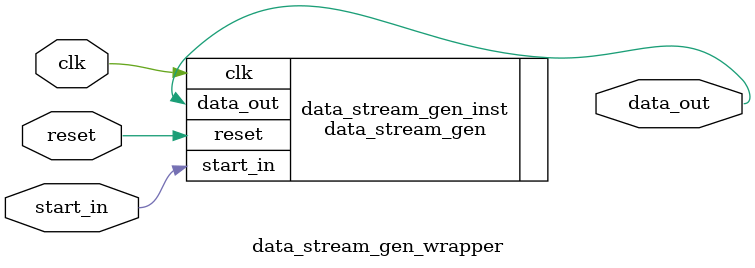
<source format=v>

module data_stream_gen_wrapper #(
    // Length of the binary stream.
    parameter integer STREAM_LEN  = 8,
    // The binary stream, declared as a bit vector.
    parameter [STREAM_LEN-1:0] BIT_STREAM = 8'b10101010,
    // Number of clock cycles to hold each bit.
    parameter integer HOLD_CYCLES = 10,
    // If set to 1, the stream loops automatically.
    // If 0, the stream stops at the last bit and waits for a manual restart.
    parameter LOOP  = 1
)(
    input  clk,
    input  reset,
    // Manual cycle start trigger (only used if LOOP==0)
    input  start_in,
    output data_out
);
///////////////////////////////////////////////////////////////////////////////////////////////////

  data_stream_gen #(
    .STREAM_LEN   (STREAM_LEN),
    .BIT_STREAM   (BIT_STREAM),
    .HOLD_CYCLES  (HOLD_CYCLES),
    .LOOP         (LOOP)
  ) data_stream_gen_inst (
    .clk          (clk),   
    .reset        (reset),   
    .start_in     (start_in),   
    .data_out     (data_out)
  );


endmodule
</source>
